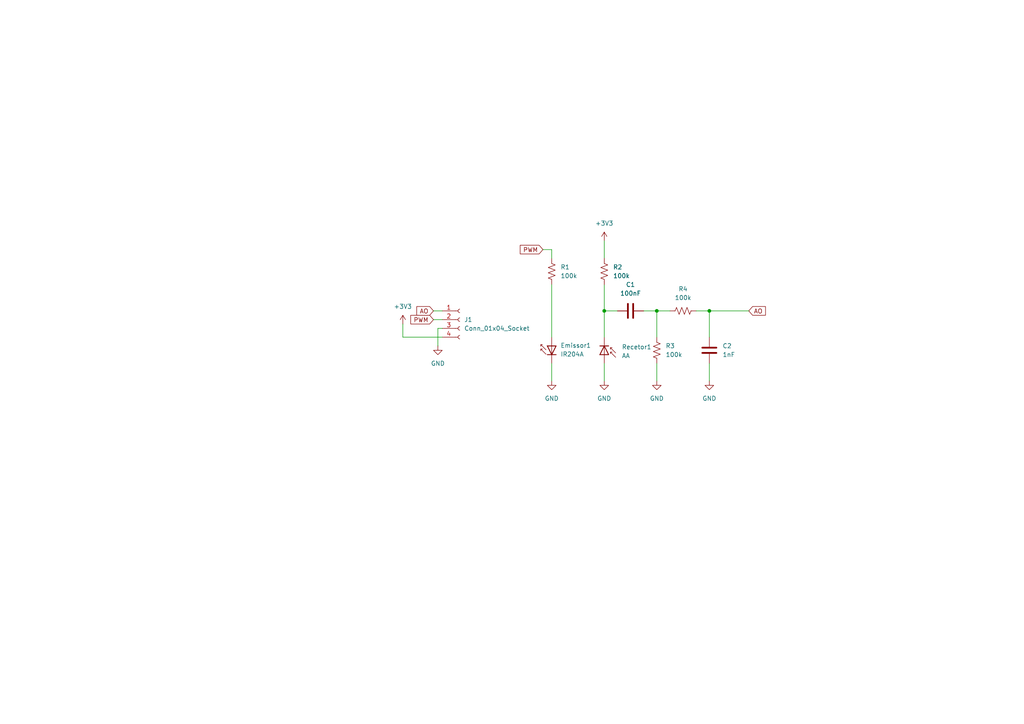
<source format=kicad_sch>
(kicad_sch (version 20250114) (generator "eeschema") (generator_version "9.0")
  (paper "A4")
  (lib_symbols
    (symbol "Connector:Conn_01x04_Socket" (pin_names (offset 1.016) (hide yes))
      (property "Reference" "J" (at 0 5.08 0))
      (property "Value" "Conn_01x04_Socket" (at 0 -7.62 0))
      (symbol "Conn_01x04_Socket_1_1"
        (polyline (pts (xy -1.27 2.54) (xy -0.508 2.54)) (stroke (width 0.1524)))
        (polyline (pts (xy -1.27 0) (xy -0.508 0)) (stroke (width 0.1524)))
        (polyline (pts (xy -1.27 -2.54) (xy -0.508 -2.54)) (stroke (width 0.1524)))
        (polyline (pts (xy -1.27 -5.08) (xy -0.508 -5.08)) (stroke (width 0.1524)))
        (arc (start 0 2.032) (mid -0.5058 2.54) (end 0 3.048) (stroke (width 0.1524)))
        (arc (start 0 -0.508) (mid -0.5058 0) (end 0 0.508) (stroke (width 0.1524)))
        (arc (start 0 -3.048) (mid -0.5058 -2.54) (end 0 -2.032) (stroke (width 0.1524)))
        (arc (start 0 -5.588) (mid -0.5058 -5.08) (end 0 -4.572) (stroke (width 0.1524)))
        (pin passive line (at -5.08 2.54 0) (length 3.81) (name "Pin_1") (number "1"))
        (pin passive line (at -5.08 0 0) (length 3.81) (name "Pin_2") (number "2"))
        (pin passive line (at -5.08 -2.54 0) (length 3.81) (name "Pin_3") (number "3"))
        (pin passive line (at -5.08 -5.08 0) (length 3.81) (name "Pin_4") (number "4"))
      )
    )
    (symbol "Device:C" (pin_numbers (hide yes)) (pin_names (offset 0.254))
      (property "Reference" "C" (at 0.635 2.54 0))
      (property "Value" "C" (at 0.635 -2.54 0))
      (symbol "C_0_1"
        (polyline (pts (xy -2.032 0.762) (xy 2.032 0.762)) (stroke (width 0.508)))
        (polyline (pts (xy -2.032 -0.762) (xy 2.032 -0.762)) (stroke (width 0.508)))
      )
      (symbol "C_1_1"
        (pin passive line (at 0 3.81 270) (length 2.794) (name "~") (number "1"))
        (pin passive line (at 0 -3.81 90) (length 2.794) (name "~") (number "2"))
      )
    )
    (symbol "Device:D_Photo" (pin_numbers (hide yes)) (pin_names (hide yes))
      (property "Reference" "D" (at 0.508 1.778 0))
      (property "Value" "D_Photo" (at -1.016 -2.794 0))
      (symbol "D_Photo_0_1"
        (polyline (pts (xy -2.54 1.27) (xy -2.54 -1.27)) (stroke (width 0.254)))
        (polyline (pts (xy -2.032 1.778) (xy -1.524 1.778)))
        (polyline (pts (xy -0.508 3.302) (xy -2.032 1.778) (xy -2.032 2.286)))
        (polyline (pts (xy 0 0) (xy -2.54 0)))
        (polyline (pts (xy 0 -1.27) (xy 0 1.27) (xy -2.54 0) (xy 0 -1.27)) (stroke (width 0.254)))
        (polyline (pts (xy 0.762 3.302) (xy -0.762 1.778) (xy -0.762 2.286) (xy -0.762 1.778) (xy -0.254 1.778)))
      )
      (symbol "D_Photo_1_1"
        (pin passive line (at -5.08 0 0) (length 2.54) (name "K") (number "1"))
        (pin passive line (at 2.54 0 180) (length 2.54) (name "A") (number "2"))
      )
    )
    (symbol "Device:R_US" (pin_numbers (hide yes)) (pin_names (offset 0))
      (property "Reference" "R" (at 2.54 0 90))
      (property "Value" "R_US" (at -2.54 0 90))
      (symbol "R_US_0_1"
        (polyline (pts (xy 0 2.286) (xy 0 2.54)))
        (polyline (pts (xy 0 2.286) (xy 1.016 1.905) (xy 0 1.524) (xy -1.016 1.143) (xy 0 0.762)))
        (polyline (pts (xy 0 0.762) (xy 1.016 0.381) (xy 0 0) (xy -1.016 -0.381) (xy 0 -0.762)))
        (polyline (pts (xy 0 -0.762) (xy 1.016 -1.143) (xy 0 -1.524) (xy -1.016 -1.905) (xy 0 -2.286)))
        (polyline (pts (xy 0 -2.286) (xy 0 -2.54)))
      )
      (symbol "R_US_1_1"
        (pin passive line (at 0 3.81 270) (length 1.27) (name "~") (number "1"))
        (pin passive line (at 0 -3.81 90) (length 1.27) (name "~") (number "2"))
      )
    )
    (symbol "LED:IR204A" (pin_numbers (hide yes)) (pin_names (offset 1.016) (hide yes))
      (property "Reference" "D" (at 0.508 1.778 0))
      (property "Value" "IR204A" (at -1.016 -2.794 0))
      (symbol "IR204A_0_1"
        (polyline (pts (xy -2.54 1.27) (xy -2.54 -1.27)) (stroke (width 0.254)))
        (polyline (pts (xy -2.413 1.651) (xy -0.889 3.175) (xy -0.889 2.667) (xy -0.889 3.175) (xy -1.397 3.175)))
        (polyline (pts (xy -1.143 1.651) (xy 0.381 3.175) (xy 0.381 2.667)))
        (polyline (pts (xy 0 1.27) (xy -2.54 0) (xy 0 -1.27) (xy 0 1.27)) (stroke (width 0.254)))
        (polyline (pts (xy 0 0) (xy -2.54 0)))
        (polyline (pts (xy 0.381 3.175) (xy -0.127 3.175)))
      )
      (symbol "IR204A_1_1"
        (pin passive line (at -5.08 0 0) (length 2.54) (name "K") (number "1"))
        (pin passive line (at 2.54 0 180) (length 2.54) (name "A") (number "2"))
      )
    )
    (symbol "power:+3V3" (power) (pin_numbers (hide yes)) (pin_names (offset 0) (hide yes))
      (property "Value" "+3V3" (at 0 3.556 0))
      (symbol "+3V3_0_1"
        (polyline (pts (xy -0.762 1.27) (xy 0 2.54)))
        (polyline (pts (xy 0 2.54) (xy 0.762 1.27)))
        (polyline (pts (xy 0 0) (xy 0 2.54)))
      )
      (symbol "+3V3_1_1"
        (pin power_in line (at 0 0 90) (length 0) (name "~") (number "1"))
      )
    )
    (symbol "power:GND" (power) (pin_numbers (hide yes)) (pin_names (offset 0) (hide yes))
      (property "Value" "GND" (at 0 -3.81 0))
      (symbol "GND_0_1"
        (polyline (pts (xy 0 0) (xy 0 -1.27) (xy 1.27 -1.27) (xy 0 -2.54) (xy -1.27 -1.27) (xy 0 -1.27)))
      )
      (symbol "GND_1_1"
        (pin power_in line (at 0 0 270) (length 0) (name "~") (number "1"))
      )
    )
  )
  (junction (at 205.74 90.17))
  (junction (at 175.26 90.17))
  (junction (at 190.5 90.17))
  (wire (pts (xy 190.5 105.41) (xy 190.5 110.49)))
  (wire (pts (xy 175.26 90.17) (xy 175.26 97.79)))
  (wire (pts (xy 175.26 69.85) (xy 175.26 74.93)))
  (wire (pts (xy 125.73 90.17) (xy 128.27 90.17)))
  (wire (pts (xy 205.74 90.17) (xy 217.17 90.17)))
  (wire (pts (xy 160.02 82.55) (xy 160.02 97.79)))
  (wire (pts (xy 175.26 90.17) (xy 179.07 90.17)))
  (wire (pts (xy 205.74 105.41) (xy 205.74 110.49)))
  (wire (pts (xy 160.02 74.93) (xy 160.02 72.39)))
  (wire (pts (xy 128.27 97.79) (xy 116.84 97.79)))
  (wire (pts (xy 160.02 72.39) (xy 157.48 72.39)))
  (wire (pts (xy 116.84 97.79) (xy 116.84 93.98)))
  (wire (pts (xy 175.26 82.55) (xy 175.26 90.17)))
  (wire (pts (xy 190.5 97.79) (xy 190.5 90.17)))
  (wire (pts (xy 175.26 105.41) (xy 175.26 110.49)))
  (wire (pts (xy 127 95.25) (xy 127 100.33)))
  (wire (pts (xy 205.74 97.79) (xy 205.74 90.17)))
  (wire (pts (xy 125.73 92.71) (xy 128.27 92.71)))
  (wire (pts (xy 160.02 105.41) (xy 160.02 110.49)))
  (wire (pts (xy 201.93 90.17) (xy 205.74 90.17)))
  (wire (pts (xy 190.5 90.17) (xy 194.31 90.17)))
  (wire (pts (xy 190.5 90.17) (xy 186.69 90.17)))
  (wire (pts (xy 128.27 95.25) (xy 127 95.25)))
  (global_label "AO" (shape input) (at 217.17 90.17 0) (property "Intersheetrefs" "${INTERSHEET_REFS}" (effects (hide yes))))
  (global_label "PWM" (shape input) (at 157.48 72.39 180) (property "Intersheetrefs" "${INTERSHEET_REFS}" (effects (hide yes))))
  (global_label "AO" (shape input) (at 125.73 90.17 180) (property "Intersheetrefs" "${INTERSHEET_REFS}" (effects (hide yes))))
  (global_label "PWM" (shape input) (at 125.73 92.71 180) (property "Intersheetrefs" "${INTERSHEET_REFS}" (effects (hide yes))))
  (symbol (lib_id "power:GND") (at 205.74 110.49 0) (unit 1)
    (property "Reference" "#PWR07" (effects (hide yes)))
    (property "Value" "GND" (at 205.74 115.57 0))
    (property "Description" "Power symbol creates a global label with name \"GND\" , ground" (effects (hide yes)))
  )
  (symbol (lib_id "Connector:Conn_01x04_Socket") (at 133.35 92.71 0) (unit 1)
    (property "Reference" "J1" (at 134.62 92.7099 0) (effects (justify left)))
    (property "Value" "Conn_01x04_Socket" (at 134.62 95.2499 0) (effects (justify left)))
    (property "Footprint" "Connector_PinHeader_2.54mm:PinHeader_1x04_P2.54mm_Horizontal" (effects (hide yes)))
    (property "Description" "Generic connector, single row, 01x04, script generated" (effects (hide yes)))
  )
  (symbol (lib_id "power:GND") (at 190.5 110.49 0) (unit 1)
    (property "Reference" "#PWR06" (effects (hide yes)))
    (property "Value" "GND" (at 190.5 115.57 0))
    (property "Description" "Power symbol creates a global label with name \"GND\" , ground" (effects (hide yes)))
  )
  (symbol (lib_id "power:GND") (at 160.02 110.49 0) (unit 1)
    (property "Reference" "#PWR08" (effects (hide yes)))
    (property "Value" "GND" (at 160.02 115.57 0))
    (property "Description" "Power symbol creates a global label with name \"GND\" , ground" (effects (hide yes)))
  )
  (symbol (lib_id "power:GND") (at 175.26 110.49 0) (unit 1)
    (property "Reference" "#PWR05" (effects (hide yes)))
    (property "Value" "GND" (at 175.26 115.57 0))
    (property "Description" "Power symbol creates a global label with name \"GND\" , ground" (effects (hide yes)))
  )
  (symbol (lib_id "Device:R_US") (at 160.02 78.74 180) (unit 1)
    (property "Reference" "R1" (at 162.56 77.4699 0) (effects (justify right)))
    (property "Value" "100k" (at 162.56 80.0099 0) (effects (justify right)))
    (property "Footprint" "Resistor_THT:R_Axial_DIN0204_L3.6mm_D1.6mm_P5.08mm_Horizontal" (effects (hide yes)))
    (property "Description" "Resistor, US symbol" (effects (hide yes)))
  )
  (symbol (lib_id "Device:C") (at 205.74 101.6 180) (unit 1)
    (property "Reference" "C2" (at 209.55 100.3299 0) (effects (justify right)))
    (property "Value" "1nF" (at 209.55 102.8699 0) (effects (justify right)))
    (property "Footprint" "Capacitor_THT:C_Disc_D5.0mm_W2.5mm_P5.00mm" (effects (hide yes)))
    (property "Description" "Unpolarized capacitor" (effects (hide yes)))
  )
  (symbol (lib_id "Device:C") (at 182.88 90.17 90) (unit 1)
    (property "Reference" "C1" (at 182.88 82.55 90))
    (property "Value" "100nF" (at 182.88 85.09 90))
    (property "Footprint" "Capacitor_THT:C_Disc_D5.0mm_W2.5mm_P5.00mm" (effects (hide yes)))
    (property "Description" "Unpolarized capacitor" (effects (hide yes)))
  )
  (symbol (lib_id "Device:R_US") (at 175.26 78.74 180) (unit 1)
    (property "Reference" "R2" (at 177.8 77.4699 0) (effects (justify right)))
    (property "Value" "100k" (at 177.8 80.0099 0) (effects (justify right)))
    (property "Footprint" "Resistor_THT:R_Axial_DIN0204_L3.6mm_D1.6mm_P5.08mm_Horizontal" (effects (hide yes)))
    (property "Description" "Resistor, US symbol" (effects (hide yes)))
  )
  (symbol (lib_id "Device:D_Photo") (at 175.26 102.87 270) (unit 1)
    (property "Reference" "Recetor1" (at 180.34 100.6474 90) (effects (justify left)))
    (property "Value" "AA" (at 180.34 103.1874 90) (effects (justify left)))
    (property "Footprint" "LED_THT:LED_D5.0mm_Horizontal_O1.27mm_Z3.0mm_IRBlack" (effects (hide yes)))
    (property "Description" "Photodiode" (effects (hide yes)))
  )
  (symbol (lib_id "power:+3V3") (at 116.84 93.98 0) (unit 1)
    (property "Reference" "#PWR01" (effects (hide yes)))
    (property "Value" "+3V3" (at 116.84 88.9 0))
    (property "Description" "Power symbol creates a global label with name \"+3V3\"" (effects (hide yes)))
  )
  (symbol (lib_id "Device:R_US") (at 198.12 90.17 270) (unit 1)
    (property "Reference" "R4" (at 198.12 83.82 90))
    (property "Value" "100k" (at 198.12 86.36 90))
    (property "Footprint" "Resistor_THT:R_Axial_DIN0204_L3.6mm_D1.6mm_P5.08mm_Horizontal" (effects (hide yes)))
    (property "Description" "Resistor, US symbol" (effects (hide yes)))
  )
  (symbol (lib_id "LED:IR204A") (at 160.02 100.33 90) (unit 1)
    (property "Reference" "Emissor1" (at 162.56 100.2029 90) (effects (justify right)))
    (property "Value" "IR204A" (at 162.56 102.7429 90) (effects (justify right)))
    (property "Footprint" "LED_THT:LED_D5.0mm_Horizontal_O1.27mm_Z3.0mm_Clear" (effects (hide yes)))
    (property "Datasheet" "http://www.everlight.com/file/ProductFile/IR204-A.pdf" (effects (hide yes)))
    (property "Description" "Infrared LED , 3mm LED package" (effects (hide yes)))
  )
  (symbol (lib_id "Device:R_US") (at 190.5 101.6 180) (unit 1)
    (property "Reference" "R3" (at 193.04 100.3299 0) (effects (justify right)))
    (property "Value" "100k" (at 193.04 102.8699 0) (effects (justify right)))
    (property "Footprint" "Resistor_THT:R_Axial_DIN0204_L3.6mm_D1.6mm_P5.08mm_Horizontal" (effects (hide yes)))
    (property "Description" "Resistor, US symbol" (effects (hide yes)))
  )
  (symbol (lib_id "power:GND") (at 127 100.33 0) (unit 1)
    (property "Reference" "#PWR02" (effects (hide yes)))
    (property "Value" "GND" (at 127 105.41 0))
    (property "Description" "Power symbol creates a global label with name \"GND\" , ground" (effects (hide yes)))
  )
  (symbol (lib_id "power:+3V3") (at 175.26 69.85 0) (unit 1)
    (property "Reference" "#PWR04" (effects (hide yes)))
    (property "Value" "+3V3" (at 175.26 64.77 0))
    (property "Description" "Power symbol creates a global label with name \"+3V3\"" (effects (hide yes)))
  )
)
</source>
